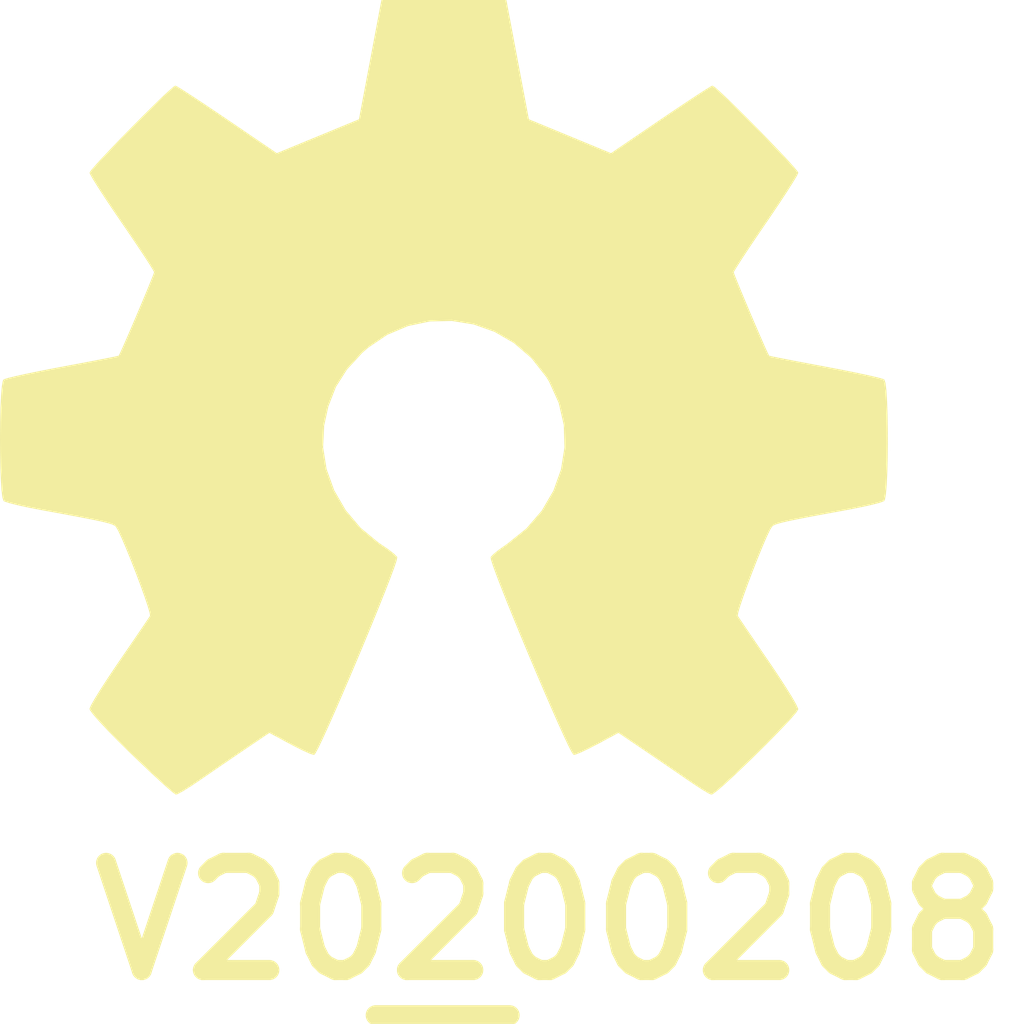
<source format=kicad_pcb>
(kicad_pcb (version 20171130) (host pcbnew 5.1.5-52549c5~84~ubuntu18.04.1)

  (general
    (thickness 1.6)
    (drawings 0)
    (tracks 0)
    (zones 0)
    (modules 2)
    (nets 1)
  )

  (page A4)
  (layers
    (0 F.Cu signal)
    (1 In1.Cu signal)
    (2 In2.Cu signal)
    (31 B.Cu signal)
    (32 B.Adhes user)
    (33 F.Adhes user)
    (34 B.Paste user)
    (35 F.Paste user)
    (36 B.SilkS user)
    (37 F.SilkS user)
    (38 B.Mask user)
    (39 F.Mask user)
    (40 Dwgs.User user)
    (41 Cmts.User user)
    (42 Eco1.User user)
    (43 Eco2.User user)
    (44 Edge.Cuts user)
    (45 Margin user)
    (46 B.CrtYd user)
    (47 F.CrtYd user)
    (48 B.Fab user)
    (49 F.Fab user)
  )

  (setup
    (last_trace_width 0.0889)
    (user_trace_width 0.15)
    (user_trace_width 0.2)
    (user_trace_width 0.3)
    (user_trace_width 0.4)
    (user_trace_width 0.6)
    (user_trace_width 1)
    (user_trace_width 1.5)
    (user_trace_width 2)
    (trace_clearance 0.0889)
    (zone_clearance 0.508)
    (zone_45_only no)
    (trace_min 0.0889)
    (via_size 0.45)
    (via_drill 0.2)
    (via_min_size 0.45)
    (via_min_drill 0.2)
    (user_via 0.45 0.2)
    (user_via 0.65 0.4)
    (user_via 0.75 0.6)
    (user_via 0.95 0.8)
    (user_via 1.3 1)
    (user_via 1.5 1.2)
    (user_via 1.7 1.4)
    (user_via 1.9 1.6)
    (uvia_size 0.6)
    (uvia_drill 0.3)
    (uvias_allowed no)
    (uvia_min_size 0.381)
    (uvia_min_drill 0.254)
    (edge_width 0.15)
    (segment_width 0.2)
    (pcb_text_width 0.3)
    (pcb_text_size 1.5 1.5)
    (mod_edge_width 0.15)
    (mod_text_size 1 1)
    (mod_text_width 0.15)
    (pad_size 1.524 1.524)
    (pad_drill 0.762)
    (pad_to_mask_clearance 0.2)
    (aux_axis_origin 0 0)
    (visible_elements FFFFFF7F)
    (pcbplotparams
      (layerselection 0x00030_80000001)
      (usegerberextensions false)
      (usegerberattributes false)
      (usegerberadvancedattributes false)
      (creategerberjobfile false)
      (excludeedgelayer true)
      (linewidth 0.100000)
      (plotframeref false)
      (viasonmask false)
      (mode 1)
      (useauxorigin false)
      (hpglpennumber 1)
      (hpglpenspeed 20)
      (hpglpendiameter 15.000000)
      (psnegative false)
      (psa4output false)
      (plotreference true)
      (plotvalue true)
      (plotinvisibletext false)
      (padsonsilk false)
      (subtractmaskfromsilk false)
      (outputformat 1)
      (mirror false)
      (drillshape 1)
      (scaleselection 1)
      (outputdirectory ""))
  )

  (net 0 "")

  (net_class Default "This is the default net class."
    (clearance 0.0889)
    (trace_width 0.0889)
    (via_dia 0.45)
    (via_drill 0.2)
    (uvia_dia 0.6)
    (uvia_drill 0.3)
  )

  (module SquantorLabels:Label_Generic (layer F.Cu) (tedit 5D8A7D4C) (tstamp 5A135138)
    (at 148 105)
    (descr "Label for general purpose use")
    (tags Label)
    (path /5A1357A5)
    (attr smd)
    (fp_text reference N2 (at 0 1.85) (layer F.Fab) hide
      (effects (font (size 1 1) (thickness 0.15)))
    )
    (fp_text value V20200208 (at 0.8 -0.1) (layer F.SilkS)
      (effects (font (size 0.8 0.8) (thickness 0.15)))
    )
    (fp_line (start -0.5 0.6) (end 0.5 0.6) (layer F.SilkS) (width 0.15))
  )

  (module Symbols:OSHW-Symbol_6.7x6mm_SilkScreen (layer F.Cu) (tedit 0) (tstamp 5A135134)
    (at 148 101)
    (descr "Open Source Hardware Symbol")
    (tags "Logo Symbol OSHW")
    (path /5A135869)
    (attr virtual)
    (fp_text reference N1 (at 0 0) (layer F.SilkS) hide
      (effects (font (size 1 1) (thickness 0.15)))
    )
    (fp_text value OHWLOGO (at 0.75 0) (layer F.Fab) hide
      (effects (font (size 1 1) (thickness 0.15)))
    )
    (fp_poly (pts (xy 0.555814 -2.531069) (xy 0.639635 -2.086445) (xy 0.94892 -1.958947) (xy 1.258206 -1.831449)
      (xy 1.629246 -2.083754) (xy 1.733157 -2.154004) (xy 1.827087 -2.216728) (xy 1.906652 -2.269062)
      (xy 1.96747 -2.308143) (xy 2.005157 -2.331107) (xy 2.015421 -2.336058) (xy 2.03391 -2.323324)
      (xy 2.07342 -2.288118) (xy 2.129522 -2.234938) (xy 2.197787 -2.168282) (xy 2.273786 -2.092646)
      (xy 2.353092 -2.012528) (xy 2.431275 -1.932426) (xy 2.503907 -1.856836) (xy 2.566559 -1.790255)
      (xy 2.614803 -1.737182) (xy 2.64421 -1.702113) (xy 2.651241 -1.690377) (xy 2.641123 -1.66874)
      (xy 2.612759 -1.621338) (xy 2.569129 -1.552807) (xy 2.513218 -1.467785) (xy 2.448006 -1.370907)
      (xy 2.410219 -1.31565) (xy 2.341343 -1.214752) (xy 2.28014 -1.123701) (xy 2.229578 -1.04703)
      (xy 2.192628 -0.989272) (xy 2.172258 -0.954957) (xy 2.169197 -0.947746) (xy 2.176136 -0.927252)
      (xy 2.195051 -0.879487) (xy 2.223087 -0.811168) (xy 2.257391 -0.729011) (xy 2.295109 -0.63973)
      (xy 2.333387 -0.550042) (xy 2.36937 -0.466662) (xy 2.400206 -0.396306) (xy 2.423039 -0.34569)
      (xy 2.435017 -0.321529) (xy 2.435724 -0.320578) (xy 2.454531 -0.315964) (xy 2.504618 -0.305672)
      (xy 2.580793 -0.290713) (xy 2.677865 -0.272099) (xy 2.790643 -0.250841) (xy 2.856442 -0.238582)
      (xy 2.97695 -0.215638) (xy 3.085797 -0.193805) (xy 3.177476 -0.174278) (xy 3.246481 -0.158252)
      (xy 3.287304 -0.146921) (xy 3.295511 -0.143326) (xy 3.303548 -0.118994) (xy 3.310033 -0.064041)
      (xy 3.31497 0.015108) (xy 3.318364 0.112026) (xy 3.320218 0.220287) (xy 3.320538 0.333465)
      (xy 3.319327 0.445135) (xy 3.31659 0.548868) (xy 3.312331 0.638241) (xy 3.306555 0.706826)
      (xy 3.299267 0.748197) (xy 3.294895 0.75681) (xy 3.268764 0.767133) (xy 3.213393 0.781892)
      (xy 3.136107 0.799352) (xy 3.04423 0.81778) (xy 3.012158 0.823741) (xy 2.857524 0.852066)
      (xy 2.735375 0.874876) (xy 2.641673 0.89308) (xy 2.572384 0.907583) (xy 2.523471 0.919292)
      (xy 2.490897 0.929115) (xy 2.470628 0.937956) (xy 2.458626 0.946724) (xy 2.456947 0.948457)
      (xy 2.440184 0.976371) (xy 2.414614 1.030695) (xy 2.382788 1.104777) (xy 2.34726 1.191965)
      (xy 2.310583 1.285608) (xy 2.275311 1.379052) (xy 2.243996 1.465647) (xy 2.219193 1.53874)
      (xy 2.203454 1.591678) (xy 2.199332 1.617811) (xy 2.199676 1.618726) (xy 2.213641 1.640086)
      (xy 2.245322 1.687084) (xy 2.291391 1.754827) (xy 2.348518 1.838423) (xy 2.413373 1.932982)
      (xy 2.431843 1.959854) (xy 2.497699 2.057275) (xy 2.55565 2.146163) (xy 2.602538 2.221412)
      (xy 2.635207 2.27792) (xy 2.6505 2.310581) (xy 2.651241 2.314593) (xy 2.638392 2.335684)
      (xy 2.602888 2.377464) (xy 2.549293 2.435445) (xy 2.482171 2.505135) (xy 2.406087 2.582045)
      (xy 2.325604 2.661683) (xy 2.245287 2.739561) (xy 2.169699 2.811186) (xy 2.103405 2.87207)
      (xy 2.050969 2.917721) (xy 2.016955 2.94365) (xy 2.007545 2.947883) (xy 1.985643 2.937912)
      (xy 1.9408 2.91102) (xy 1.880321 2.871736) (xy 1.833789 2.840117) (xy 1.749475 2.782098)
      (xy 1.649626 2.713784) (xy 1.549473 2.645579) (xy 1.495627 2.609075) (xy 1.313371 2.4858)
      (xy 1.160381 2.56852) (xy 1.090682 2.604759) (xy 1.031414 2.632926) (xy 0.991311 2.648991)
      (xy 0.981103 2.651226) (xy 0.968829 2.634722) (xy 0.944613 2.588082) (xy 0.910263 2.515609)
      (xy 0.867588 2.421606) (xy 0.818394 2.310374) (xy 0.76449 2.186215) (xy 0.707684 2.053432)
      (xy 0.649782 1.916327) (xy 0.592593 1.779202) (xy 0.537924 1.646358) (xy 0.487584 1.522098)
      (xy 0.44338 1.410725) (xy 0.407119 1.316539) (xy 0.380609 1.243844) (xy 0.365658 1.196941)
      (xy 0.363254 1.180833) (xy 0.382311 1.160286) (xy 0.424036 1.126933) (xy 0.479706 1.087702)
      (xy 0.484378 1.084599) (xy 0.628264 0.969423) (xy 0.744283 0.835053) (xy 0.83143 0.685784)
      (xy 0.888699 0.525913) (xy 0.915086 0.359737) (xy 0.909585 0.191552) (xy 0.87119 0.025655)
      (xy 0.798895 -0.133658) (xy 0.777626 -0.168513) (xy 0.666996 -0.309263) (xy 0.536302 -0.422286)
      (xy 0.390064 -0.506997) (xy 0.232808 -0.562806) (xy 0.069057 -0.589126) (xy -0.096667 -0.58537)
      (xy -0.259838 -0.55095) (xy -0.415935 -0.485277) (xy -0.560433 -0.387765) (xy -0.605131 -0.348187)
      (xy -0.718888 -0.224297) (xy -0.801782 -0.093876) (xy -0.858644 0.052315) (xy -0.890313 0.197088)
      (xy -0.898131 0.35986) (xy -0.872062 0.52344) (xy -0.814755 0.682298) (xy -0.728856 0.830906)
      (xy -0.617014 0.963735) (xy -0.481877 1.075256) (xy -0.464117 1.087011) (xy -0.40785 1.125508)
      (xy -0.365077 1.158863) (xy -0.344628 1.18016) (xy -0.344331 1.180833) (xy -0.348721 1.203871)
      (xy -0.366124 1.256157) (xy -0.394732 1.33339) (xy -0.432735 1.431268) (xy -0.478326 1.545491)
      (xy -0.529697 1.671758) (xy -0.585038 1.805767) (xy -0.642542 1.943218) (xy -0.700399 2.079808)
      (xy -0.756802 2.211237) (xy -0.809942 2.333205) (xy -0.85801 2.441409) (xy -0.899199 2.531549)
      (xy -0.931699 2.599323) (xy -0.953703 2.64043) (xy -0.962564 2.651226) (xy -0.98964 2.642819)
      (xy -1.040303 2.620272) (xy -1.105817 2.587613) (xy -1.141841 2.56852) (xy -1.294832 2.4858)
      (xy -1.477088 2.609075) (xy -1.570125 2.672228) (xy -1.671985 2.741727) (xy -1.767438 2.807165)
      (xy -1.81525 2.840117) (xy -1.882495 2.885273) (xy -1.939436 2.921057) (xy -1.978646 2.942938)
      (xy -1.991381 2.947563) (xy -2.009917 2.935085) (xy -2.050941 2.900252) (xy -2.110475 2.846678)
      (xy -2.184542 2.777983) (xy -2.269165 2.697781) (xy -2.322685 2.646286) (xy -2.416319 2.554286)
      (xy -2.497241 2.471999) (xy -2.562177 2.402945) (xy -2.607858 2.350644) (xy -2.631011 2.318616)
      (xy -2.633232 2.312116) (xy -2.622924 2.287394) (xy -2.594439 2.237405) (xy -2.550937 2.167212)
      (xy -2.495577 2.081875) (xy -2.43152 1.986456) (xy -2.413303 1.959854) (xy -2.346927 1.863167)
      (xy -2.287378 1.776117) (xy -2.237984 1.703595) (xy -2.202075 1.650493) (xy -2.182981 1.621703)
      (xy -2.181136 1.618726) (xy -2.183895 1.595782) (xy -2.198538 1.545336) (xy -2.222513 1.474041)
      (xy -2.253266 1.388547) (xy -2.288244 1.295507) (xy -2.324893 1.201574) (xy -2.360661 1.113399)
      (xy -2.392994 1.037634) (xy -2.419338 0.980931) (xy -2.437142 0.949943) (xy -2.438407 0.948457)
      (xy -2.449294 0.939601) (xy -2.467682 0.930843) (xy -2.497606 0.921277) (xy -2.543103 0.909996)
      (xy -2.608209 0.896093) (xy -2.696961 0.878663) (xy -2.813393 0.856798) (xy -2.961542 0.829591)
      (xy -2.993618 0.823741) (xy -3.088686 0.805374) (xy -3.171565 0.787405) (xy -3.23493 0.771569)
      (xy -3.271458 0.7596) (xy -3.276356 0.75681) (xy -3.284427 0.732072) (xy -3.290987 0.67679)
      (xy -3.296033 0.597389) (xy -3.299559 0.500296) (xy -3.301561 0.391938) (xy -3.302036 0.27874)
      (xy -3.300977 0.167128) (xy -3.298382 0.063529) (xy -3.294246 -0.025632) (xy -3.288563 -0.093928)
      (xy -3.281331 -0.134934) (xy -3.276971 -0.143326) (xy -3.252698 -0.151792) (xy -3.197426 -0.165565)
      (xy -3.116662 -0.18345) (xy -3.015912 -0.204252) (xy -2.900683 -0.226777) (xy -2.837902 -0.238582)
      (xy -2.718787 -0.260849) (xy -2.612565 -0.281021) (xy -2.524427 -0.298085) (xy -2.459566 -0.311031)
      (xy -2.423174 -0.318845) (xy -2.417184 -0.320578) (xy -2.407061 -0.34011) (xy -2.385662 -0.387157)
      (xy -2.355839 -0.454997) (xy -2.320445 -0.536909) (xy -2.282332 -0.626172) (xy -2.244353 -0.716065)
      (xy -2.20936 -0.799865) (xy -2.180206 -0.870853) (xy -2.159743 -0.922306) (xy -2.150823 -0.947503)
      (xy -2.150657 -0.948604) (xy -2.160769 -0.968481) (xy -2.189117 -1.014223) (xy -2.232723 -1.081283)
      (xy -2.288606 -1.165116) (xy -2.353787 -1.261174) (xy -2.391679 -1.31635) (xy -2.460725 -1.417519)
      (xy -2.52205 -1.50937) (xy -2.572663 -1.587256) (xy -2.609571 -1.646531) (xy -2.629782 -1.682549)
      (xy -2.632701 -1.690623) (xy -2.620153 -1.709416) (xy -2.585463 -1.749543) (xy -2.533063 -1.806507)
      (xy -2.467384 -1.875815) (xy -2.392856 -1.952969) (xy -2.313913 -2.033475) (xy -2.234983 -2.112837)
      (xy -2.1605 -2.18656) (xy -2.094894 -2.250148) (xy -2.042596 -2.299106) (xy -2.008039 -2.328939)
      (xy -1.996478 -2.336058) (xy -1.977654 -2.326047) (xy -1.932631 -2.297922) (xy -1.865787 -2.254546)
      (xy -1.781499 -2.198782) (xy -1.684144 -2.133494) (xy -1.610707 -2.083754) (xy -1.239667 -1.831449)
      (xy -0.621095 -2.086445) (xy -0.537275 -2.531069) (xy -0.453454 -2.975693) (xy 0.471994 -2.975693)
      (xy 0.555814 -2.531069)) (layer F.SilkS) (width 0.01))
  )

)

</source>
